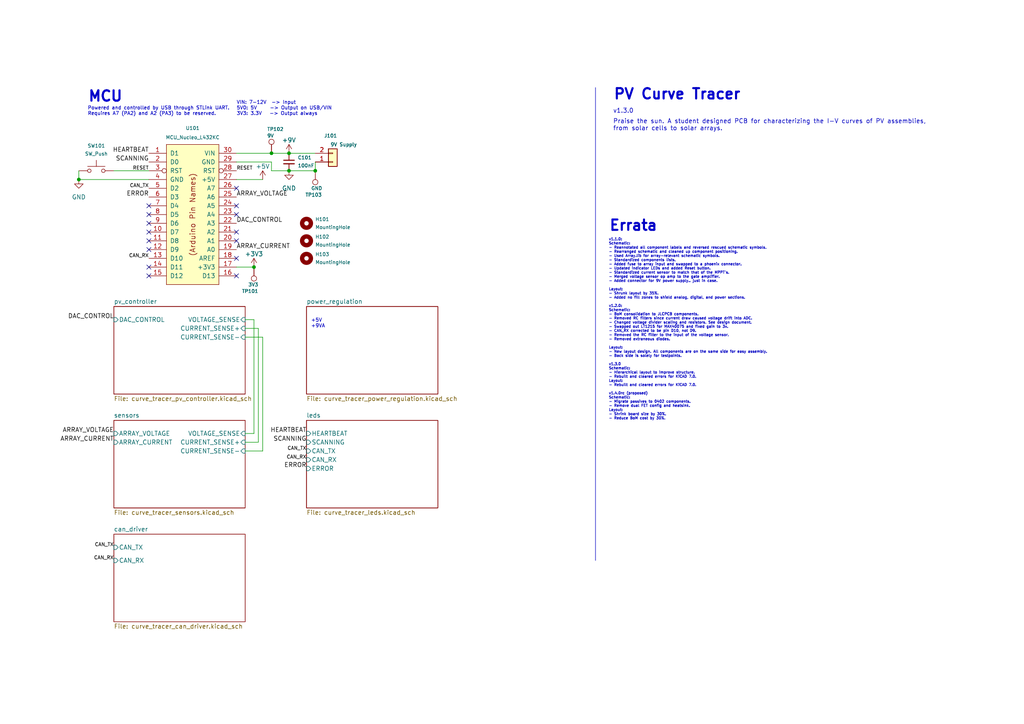
<source format=kicad_sch>
(kicad_sch (version 20230121) (generator eeschema)
  (paper "A4")
  (title_block (title "Curve Tracer") (date "2022-06-05") (rev "1.3.0") (company "Longhorn Racing Solar") (comment 1 "Matthew Yu") (comment 2 "Gary Hallock"))
  (lib_symbols
    (symbol "+3V3_1" (power) (pin_names (offset 0))
      (property "Value" "+3V3_1" (at 0 3.556 0))
      (symbol "+3V3_1_0_1"
        (polyline (pts (xy -0.762 1.27) (xy 0 2.54)))
        (polyline (pts (xy 0 0) (xy 0 2.54)))
        (polyline (pts (xy 0 2.54) (xy 0.762 1.27)))
      )
      (symbol "+3V3_1_1_1"
        (pin power_in line (at 0 0 90) (length 0) hide (name "+3V3") (number "1"))
      )
    )
    (symbol "+5V_1" (power) (pin_names (offset 0))
      (property "Value" "+5V_1" (at 0 3.556 0))
      (symbol "+5V_1_0_1"
        (polyline (pts (xy -0.762 1.27) (xy 0 2.54)))
        (polyline (pts (xy 0 0) (xy 0 2.54)))
        (polyline (pts (xy 0 2.54) (xy 0.762 1.27)))
      )
      (symbol "+5V_1_1_1"
        (pin power_in line (at 0 0 90) (length 0) hide (name "+5V") (number "1"))
      )
    )
    (symbol "+9V_1" (power) (pin_names (offset 0))
      (property "Value" "+9V_1" (at 0 3.556 0))
      (symbol "+9V_1_0_1"
        (polyline (pts (xy -0.762 1.27) (xy 0 2.54)))
        (polyline (pts (xy 0 0) (xy 0 2.54)))
        (polyline (pts (xy 0 2.54) (xy 0.762 1.27)))
      )
      (symbol "+9V_1_1_1"
        (pin power_in line (at 0 0 90) (length 0) hide (name "+9V") (number "1"))
      )
    )
    (symbol "Array:MCU_Nucleo_L432KC" (pin_names (offset 1.016))
      (property "Reference" "U" (at 0 -21.59 0))
      (property "Value" "MCU_Nucleo_L432KC" (at 0 21.59 0))
      (symbol "MCU_Nucleo_L432KC_0_0"
        (rectangle (start -7.62 20.32) (end 7.62 -20.32) (fill (type background)))
      )
      (symbol "MCU_Nucleo_L432KC_0_1"
        (text "(Arduino Pin Names)" (at 0 0 900) (effects (font (size 1.524 1.524))))
      )
      (symbol "MCU_Nucleo_L432KC_0_2"
        (text "(Nucleo Pin Names)" (at 0 0 900) (effects (font (size 1.524 1.524))))
      )
      (symbol "MCU_Nucleo_L432KC_1_1"
        (pin bidirectional line (at -12.7 17.78 0) (length 5.08) (name "D1") (number "1"))
        (pin bidirectional line (at -12.7 -5.08 0) (length 5.08) (name "D7") (number "10"))
        (pin bidirectional line (at -12.7 -7.62 0) (length 5.08) (name "D8") (number "11"))
        (pin bidirectional line (at -12.7 -10.16 0) (length 5.08) (name "D9") (number "12"))
        (pin bidirectional line (at -12.7 -12.7 0) (length 5.08) (name "D10") (number "13"))
        (pin bidirectional line (at -12.7 -15.24 0) (length 5.08) (name "D11") (number "14"))
        (pin bidirectional line (at -12.7 -17.78 0) (length 5.08) (name "D12") (number "15"))
        (pin bidirectional line (at 12.7 -17.78 180) (length 5.08) (name "D13") (number "16"))
        (pin power_out line (at 12.7 -15.24 180) (length 5.08) (name "+3V3") (number "17"))
        (pin input line (at 12.7 -12.7 180) (length 5.08) (name "AREF") (number "18"))
        (pin bidirectional line (at 12.7 -10.16 180) (length 5.08) (name "A0") (number "19"))
        (pin bidirectional line (at -12.7 15.24 0) (length 5.08) (name "D0") (number "2"))
        (pin bidirectional line (at 12.7 -7.62 180) (length 5.08) (name "A1") (number "20"))
        (pin bidirectional line (at 12.7 -5.08 180) (length 5.08) (name "A2") (number "21"))
        (pin bidirectional line (at 12.7 -2.54 180) (length 5.08) (name "A3") (number "22"))
        (pin bidirectional line (at 12.7 0 180) (length 5.08) (name "A4") (number "23"))
        (pin bidirectional line (at 12.7 2.54 180) (length 5.08) (name "A5") (number "24"))
        (pin bidirectional line (at 12.7 5.08 180) (length 5.08) (name "A6") (number "25"))
        (pin bidirectional line (at 12.7 7.62 180) (length 5.08) (name "A7") (number "26"))
        (pin power_out line (at 12.7 10.16 180) (length 5.08) (name "+5V") (number "27"))
        (pin input inverted (at 12.7 12.7 180) (length 5.08) (name "RST") (number "28"))
        (pin power_out line (at 12.7 15.24 180) (length 5.08) (name "GND") (number "29"))
        (pin input inverted (at -12.7 12.7 0) (length 5.08) (name "RST") (number "3"))
        (pin power_out line (at 12.7 17.78 180) (length 5.08) (name "VIN") (number "30"))
        (pin power_in line (at -12.7 10.16 0) (length 5.08) (name "GND") (number "4"))
        (pin bidirectional line (at -12.7 7.62 0) (length 5.08) (name "D2") (number "5"))
        (pin bidirectional line (at -12.7 5.08 0) (length 5.08) (name "D3") (number "6"))
        (pin bidirectional line (at -12.7 2.54 0) (length 5.08) (name "D4") (number "7"))
        (pin bidirectional line (at -12.7 0 0) (length 5.08) (name "D5") (number "8"))
        (pin bidirectional line (at -12.7 -2.54 0) (length 5.08) (name "D6") (number "9"))
      )
      (symbol "MCU_Nucleo_L432KC_1_2"
        (pin bidirectional line (at -12.7 17.78 0) (length 5.08) (name "PA9") (number "1"))
        (pin bidirectional line (at -12.7 -5.08 0) (length 5.08) (name "PC14") (number "10"))
        (pin bidirectional line (at -12.7 -7.62 0) (length 5.08) (name "PC15") (number "11"))
        (pin bidirectional line (at -12.7 -10.16 0) (length 5.08) (name "PA8") (number "12"))
        (pin bidirectional line (at -12.7 -12.7 0) (length 5.08) (name "PA11") (number "13"))
        (pin bidirectional line (at -12.7 -15.24 0) (length 5.08) (name "PB5") (number "14"))
        (pin bidirectional line (at -12.7 -17.78 0) (length 5.08) (name "PB4") (number "15"))
        (pin bidirectional line (at 12.7 -17.78 180) (length 5.08) (name "PB3") (number "16"))
        (pin power_out line (at 12.7 -15.24 180) (length 5.08) (name "+3V3") (number "17"))
        (pin input line (at 12.7 -12.7 180) (length 5.08) (name "AREF") (number "18"))
        (pin bidirectional line (at 12.7 -10.16 180) (length 5.08) (name "PA0") (number "19"))
        (pin bidirectional line (at -12.7 15.24 0) (length 5.08) (name "PA10") (number "2"))
        (pin bidirectional line (at 12.7 -7.62 180) (length 5.08) (name "PA1") (number "20"))
        (pin bidirectional line (at 12.7 -5.08 180) (length 5.08) (name "PA3") (number "21"))
        (pin bidirectional line (at 12.7 -2.54 180) (length 5.08) (name "PA4") (number "22"))
        (pin bidirectional line (at 12.7 0 180) (length 5.08) (name "PA5") (number "23"))
        (pin bidirectional line (at 12.7 2.54 180) (length 5.08) (name "PA6") (number "24"))
        (pin bidirectional line (at 12.7 5.08 180) (length 5.08) (name "PA7") (number "25"))
        (pin bidirectional line (at 12.7 7.62 180) (length 5.08) (name "PA2") (number "26"))
        (pin power_out line (at 12.7 10.16 180) (length 5.08) (name "+5V") (number "27"))
        (pin input inverted (at 12.7 12.7 180) (length 5.08) (name "RST") (number "28"))
        (pin power_in line (at 12.7 15.24 180) (length 5.08) (name "GND") (number "29"))
        (pin input inverted (at -12.7 12.7 0) (length 5.08) (name "RST") (number "3"))
        (pin power_in line (at 12.7 17.78 180) (length 5.08) (name "VIN") (number "30"))
        (pin power_in line (at -12.7 10.16 0) (length 5.08) (name "GND") (number "4"))
        (pin bidirectional line (at -12.7 7.62 0) (length 5.08) (name "PA12") (number "5"))
        (pin bidirectional line (at -12.7 5.08 0) (length 5.08) (name "PB0") (number "6"))
        (pin bidirectional line (at -12.7 2.54 0) (length 5.08) (name "PB7") (number "7"))
        (pin bidirectional line (at -12.7 0 0) (length 5.08) (name "PB6") (number "8"))
        (pin bidirectional line (at -12.7 -2.54 0) (length 5.08) (name "PB1") (number "9"))
      )
    )
    (symbol "Connector:TestPoint" (pin_numbers hide) (pin_names (offset 0.762) hide)
      (property "Reference" "TP" (at 0 6.858 0))
      (property "Value" "TestPoint" (at 0 5.08 0))
      (symbol "TestPoint_0_1"
        (circle (center 0 3.302) (radius 0.762))
      )
      (symbol "TestPoint_1_1"
        (pin passive line (at 0 0 90) (length 2.54) (name "1") (number "1"))
      )
    )
    (symbol "Connector_Generic:Conn_01x02" (pin_names (offset 1.016) hide)
      (property "Reference" "J" (at 0 2.54 0))
      (property "Value" "Conn_01x02" (at 0 -5.08 0))
      (symbol "Conn_01x02_1_1"
        (rectangle (start -1.27 -2.413) (end 0 -2.667) (stroke (width 0.1524)))
        (rectangle (start -1.27 0.127) (end 0 -0.127) (stroke (width 0.1524)))
        (rectangle (start -1.27 1.27) (end 1.27 -3.81) (stroke (width 0.254)) (fill (type background)))
        (pin passive line (at -5.08 0 0) (length 3.81) (name "Pin_1") (number "1"))
        (pin passive line (at -5.08 -2.54 0) (length 3.81) (name "Pin_2") (number "2"))
      )
    )
    (symbol "Device:C_Small" (pin_numbers hide) (pin_names (offset 0.254) hide)
      (property "Reference" "C" (at 0.254 1.778 0))
      (property "Value" "C_Small" (at 0.254 -2.032 0))
      (symbol "C_Small_0_1"
        (polyline (pts (xy -1.524 -0.508) (xy 1.524 -0.508)) (stroke (width 0.3302)))
        (polyline (pts (xy -1.524 0.508) (xy 1.524 0.508)) (stroke (width 0.3048)))
      )
      (symbol "C_Small_1_1"
        (pin passive line (at 0 2.54 270) (length 2.032) (name "~") (number "1"))
        (pin passive line (at 0 -2.54 90) (length 2.032) (name "~") (number "2"))
      )
    )
    (symbol "GND_1" (power) (pin_names (offset 0))
      (property "Value" "GND_1" (at 0 -3.81 0))
      (symbol "GND_1_0_1"
        (polyline (pts (xy 0 0) (xy 0 -1.27) (xy 1.27 -1.27) (xy 0 -2.54) (xy -1.27 -1.27) (xy 0 -1.27)))
      )
      (symbol "GND_1_1_1"
        (pin power_in line (at 0 0 270) (length 0) hide (name "GND") (number "1"))
      )
    )
    (symbol "Mechanical:MountingHole" (pin_names (offset 1.016))
      (property "Reference" "H" (at 0 5.08 0))
      (property "Value" "MountingHole" (at 0 3.175 0))
      (symbol "MountingHole_0_1"
        (circle (center 0 0) (radius 1.27) (stroke (width 1.27)))
      )
    )
    (symbol "Switch:SW_Push" (pin_numbers hide) (pin_names (offset 1.016) hide)
      (property "Reference" "SW" (at 1.27 2.54 0))
      (property "Value" "SW_Push" (at 0 -1.524 0))
      (symbol "SW_Push_0_1"
        (circle (center -2.032 0) (radius 0.508))
        (polyline (pts (xy 0 1.27) (xy 0 3.048)))
        (polyline (pts (xy 2.54 1.27) (xy -2.54 1.27)))
        (circle (center 2.032 0) (radius 0.508))
        (pin passive line (at -5.08 0 0) (length 2.54) (name "1") (number "1"))
        (pin passive line (at 5.08 0 180) (length 2.54) (name "2") (number "2"))
      )
    )
  )
  (junction (at 73.66 77.47))
  (junction (at 83.82 44.45))
  (junction (at 22.86 52.07))
  (junction (at 83.82 49.53))
  (junction (at 78.74 44.45))
  (junction (at 91.44 49.53))
  (no_connect (at 68.58 74.93))
  (no_connect (at 43.18 80.01))
  (no_connect (at 43.18 72.39))
  (no_connect (at 43.18 69.85))
  (no_connect (at 43.18 64.77))
  (no_connect (at 68.58 54.61))
  (no_connect (at 68.58 80.01))
  (no_connect (at 43.18 59.69))
  (no_connect (at 68.58 67.31))
  (no_connect (at 68.58 62.23))
  (no_connect (at 43.18 67.31))
  (no_connect (at 43.18 77.47))
  (no_connect (at 68.58 69.85))
  (no_connect (at 43.18 62.23))
  (no_connect (at 68.58 59.69))
  (wire (pts (xy 71.12 97.79) (xy 76.2 97.79)))
  (wire (pts (xy 71.12 92.71) (xy 73.66 92.71)))
  (wire (pts (xy 71.12 95.25) (xy 74.93 95.25)))
  (wire (pts (xy 83.82 44.45) (xy 91.44 44.45)))
  (wire (pts (xy 73.66 77.47) (xy 68.58 77.47)))
  (polyline (pts (xy 172.72 25.4) (xy 172.72 162.56)))
  (wire (pts (xy 73.66 92.71) (xy 73.66 125.73)))
  (wire (pts (xy 33.02 49.53) (xy 43.18 49.53)))
  (wire (pts (xy 68.58 44.45) (xy 78.74 44.45)))
  (wire (pts (xy 68.58 52.07) (xy 76.2 52.07)))
  (wire (pts (xy 74.93 128.27) (xy 71.12 128.27)))
  (wire (pts (xy 78.74 44.45) (xy 83.82 44.45)))
  (wire (pts (xy 76.2 97.79) (xy 76.2 130.81)))
  (wire (pts (xy 78.74 46.99) (xy 78.74 49.53)))
  (wire (pts (xy 68.58 46.99) (xy 78.74 46.99)))
  (wire (pts (xy 83.82 49.53) (xy 91.44 49.53)))
  (wire (pts (xy 22.86 52.07) (xy 43.18 52.07)))
  (wire (pts (xy 22.86 49.53) (xy 22.86 52.07)))
  (wire (pts (xy 74.93 95.25) (xy 74.93 128.27)))
  (wire (pts (xy 78.74 49.53) (xy 83.82 49.53)))
  (wire (pts (xy 91.44 46.99) (xy 91.44 49.53)))
  (wire (pts (xy 76.2 130.81) (xy 71.12 130.81)))
  (wire (pts (xy 73.66 125.73) (xy 71.12 125.73)))
  (text "Errata\n" (at 176.53 67.31 0) (effects (font (size 3 3) (thickness 0.6) bold) (justify left bottom)))
  (text "Praise the sun. A student designed PCB for characterizing the I-V curves of PV assemblies, \nfrom solar cells to solar arrays." (at 177.8 38.1 0) (effects (font (size 1.27 1.27)) (justify left bottom)))
  (text "PV Curve Tracer" (at 177.8 29.21 0) (effects (font (size 3 3) (thickness 0.6) bold) (justify left bottom)))
  (text "+5V\n+9VA" (at 90.17 95.25 0) (effects (font (size 1.016 1.016)) (justify left bottom)))
  (text "MCU" (at 25.4 29.845 0) (effects (font (size 3 3) (thickness 0.6096) bold) (justify left bottom)))
  (text "Powered and controlled by USB through STLink UART.\nRequires A7 (PA2) and A2 (PA3) to be reserved." (at 25.4 33.655 0) (effects (font (size 1 1)) (justify left bottom)))
  (text "v1.1.0:\nSchematic:\n- Reannotated all component labels and reversed rescued schematic symbols.\n- Rearranged schematic and cleaned up component positioning.\n- Used Array.lib for array-relevant schematic symbols.\n- Standardized components lists.\n- Added fuse to array input and swapped to a phoenix connector.\n- Updated indicator LEDs and added Reset button.\n- Standardized current sensor to match that of the MPPT's.\n- Merged voltage sensor op amp to the gate amplifier.\n- Added connector for 9V power supply.. just in case.\n\nLayout:\n- Shrunk layout by 35%.\n- Added no fill zones to shield analog, digital, and power sections.\n\nv1.2.0:\nSchematic:\n- BoM consolidation to JLCPCB components.\n- Removed RC filters since current draw caused voltage drift into ADC.\n- Changed voltage divider scaling and resistors. See design document.\n- Swapped out LT1215 for MAX40075 and fixed gain to 3x.\n- CAN_RX corrected to be pin D10, not D9.\n- Removed the RC filter to the input of the voltage sensor.\n- Removed extraneous diodes.\n\nLayout:\n- New layout design. All components are on the same side for easy assembly.\n- Back side is solely for testpoints.\n\nv1.3.0\nSchematic:\n- Hierarchical layout to improve structure.\n- Rebuilt and cleared errors for KiCAD 7.0.\nLayout:\n- Rebuilt and cleared errors for KiCAD 7.0.\n\nv1.4.0rc (proposed)\nSchematic:\n- Migrate passives to 0402 components.\n- Remove dual FET config and heatsink.\nLayout:\n- Shrink board size by 30%.\n- Reduce BoM cost by 30%." (at 176.53 121.92 0) (effects (font (size 0.75 0.75)) (justify left bottom)))
  (text "v1.3.0" (at 177.8 33.02 0) (effects (font (size 1.27 1.27)) (justify left bottom)))
  (text "VIN: 7-12V  -> Input\n5V0: 5V     -> Output on USB/VIN\n3V3: 3.3V   -> Output always" (at 68.58 33.655 0) (effects (font (size 1 1)) (justify left bottom)))
  (label "ARRAY_VOLTAGE" (at 68.58 57.15 0))
  (label "HEARTBEAT" (at 43.18 44.45 180))
  (label "SCANNING" (at 43.18 46.99 180))
  (label "CAN_TX" (at 43.18 54.61 180) (effects (font (size 1 1))))
  (label "RESET" (at 68.58 49.53 0) (effects (font (size 1 1))))
  (label "DAC_CONTROL" (at 33.02 92.71 180))
  (label "DAC_CONTROL" (at 68.58 64.77 0))
  (label "RESET" (at 43.18 49.53 180) (effects (font (size 1 1))))
  (label "ARRAY_CURRENT" (at 68.58 72.39 0))
  (label "CAN_RX" (at 33.02 162.56 180) (effects (font (size 1 1))))
  (label "ARRAY_VOLTAGE" (at 33.02 125.73 180))
  (label "CAN_RX" (at 43.18 74.93 180) (effects (font (size 1 1))))
  (label "SCANNING" (at 88.9 128.27 180))
  (label "ERROR" (at 88.9 135.89 180))
  (label "ERROR" (at 43.18 57.15 180))
  (label "HEARTBEAT" (at 88.9 125.73 180))
  (label "CAN_RX" (at 88.9 133.35 180) (effects (font (size 1 1))))
  (label "ARRAY_CURRENT" (at 33.02 128.27 180))
  (label "CAN_TX" (at 33.02 158.75 180) (effects (font (size 1 1))))
  (label "CAN_TX" (at 88.9 130.81 180) (effects (font (size 1 1))))
  (symbol (lib_id "Mechanical:MountingHole") (at 88.9 64.77 0) (unit 1)
    (property "Reference" "H101" (at 91.44 63.6016 0) (effects (font (size 1 1)) (justify left)))
    (property "Value" "MountingHole" (at 91.44 65.913 0) (effects (font (size 1 1)) (justify left)))
    (property "Footprint" "MountingHole:MountingHole_2.2mm_M2" (effects hide))
  )
  (symbol (lib_id "Mechanical:MountingHole") (at 88.9 69.85 0) (unit 1)
    (property "Reference" "H102" (at 91.44 68.6816 0) (effects (font (size 1 1)) (justify left)))
    (property "Value" "MountingHole" (at 91.44 70.993 0) (effects (font (size 1 1)) (justify left)))
    (property "Footprint" "MountingHole:MountingHole_2.2mm_M2" (effects hide))
  )
  (symbol (lib_id "Array:MCU_Nucleo_L432KC") (at 55.88 62.23 0) (unit 1)
    (property "Reference" "U101" (at 55.88 37.1602 0) (effects (font (size 1 1))))
    (property "Value" "MCU_Nucleo_L432KC" (at 55.88 39.8526 0) (effects (font (size 1 1))))
    (property "Footprint" "Footprints:MODULE_NUCLEO-L432KC" (effects hide))
    (property "Datasheet" "https://www.mouser.com/datasheet/2/389/nucleo-f031k6-1484037.pdf" (effects hide))
    (property "Distributor" "Mouser" (effects hide))
    (property "Manufacturer" "STMicroelectronics" (effects hide))
    (property "Cost" "10.99" (effects hide))
    (property "P/N" "NUCLEO-L432KC" (effects hide))
  )
  (symbol (lib_id "Device:C_Small") (at 83.82 46.99 0) (unit 1)
    (property "Reference" "C101" (at 86.36 45.72 0) (effects (font (size 1 1)) (justify left)))
    (property "Value" "100nF" (at 86.36 48.0314 0) (effects (font (size 1 1)) (justify left)))
    (property "Footprint" "Capacitor_SMD:C_0805_2012Metric" (effects hide))
    (property "Datasheet" "https://datasheet.lcsc.com/lcsc/1810191216_Samsung-Electro-Mechanics-CL21B104KCFNNNE_C28233.pdf" (effects hide))
    (property "Distributor" "JLCPCB" (effects hide))
    (property "Manufacturer" "Samsung Electro-Mechanics" (effects hide))
    (property "Cost" "0.0078" (effects hide))
    (property "LCSC Part #" "C28233" (effects hide))
    (property "P/N" "CL21B104KCFNNNE" (effects hide))
  )
  (symbol (lib_id "Switch:SW_Push") (at 27.94 49.53 0) (unit 1)
    (property "Reference" "SW101" (at 27.94 42.291 0) (effects (font (size 1 1))))
    (property "Value" "SW_Push" (at 27.94 44.6024 0) (effects (font (size 1 1))))
    (property "Footprint" "Button_Switch_THT:SW_PUSH_6mm" (effects hide))
    (property "Datasheet" "https://www.mouser.com/datasheet/2/670/ts02-2586188.pdf" (effects hide))
    (property "Distributor" "Mouser" (effects hide))
    (property "Manufacturer" "CUI Devices" (effects hide))
    (property "Cost" "0.10" (effects hide))
    (property "P/N" "TS02-66-50-BK-260-SCR-D" (effects hide))
  )
  (symbol (lib_id "Connector_Generic:Conn_01x02") (at 96.52 46.99 0) (mirror x) (unit 1)
    (property "Reference" "J101" (at 95.885 39.37 0) (effects (font (size 1 1))))
    (property "Value" "9V Supply" (at 99.695 41.91 0) (effects (font (size 1 1))))
    (property "Footprint" "Connector_Molex:Molex_Micro-Fit_3.0_43650-0215_1x02_P3.00mm_Vertical" (effects hide))
    (property "Datasheet" "https://www.mouser.com/datasheet/2/276/0436500215_PCB_HEADERS-148687.pdf" (effects hide))
    (property "Distributor" "Mouser" (effects hide))
    (property "Manufacturer" "Molex" (effects hide))
    (property "Cost" "0.97" (effects hide))
    (property "P/N" "43650-0215" (effects hide))
  )
  (symbol (lib_id "Connector:TestPoint") (at 91.44 49.53 180) (unit 1)
    (property "Reference" "TP103" (at 93.345 56.515 0) (effects (font (size 1 1)) (justify left)))
    (property "Value" "GND" (at 93.472 54.61 0) (effects (font (size 1 1)) (justify left)))
    (property "Footprint" "TestPoint:TestPoint_Pad_1.0x1.0mm" (effects hide))
  )
  (symbol (lib_name "GND_1") (lib_id "power:GND") (at 83.82 49.53 0) (unit 1)
    (property "Reference" "#PWR0101" (effects hide))
    (property "Value" "GND" (at 83.82 54.61 0))
  )
  (symbol (lib_id "Mechanical:MountingHole") (at 88.9 74.93 0) (unit 1)
    (property "Reference" "H103" (at 91.44 73.7616 0) (effects (font (size 1 1)) (justify left)))
    (property "Value" "MountingHole" (at 91.44 76.073 0) (effects (font (size 1 1)) (justify left)))
    (property "Footprint" "MountingHole:MountingHole_2.2mm_M2" (effects hide))
  )
  (symbol (lib_id "Connector:TestPoint") (at 73.66 77.47 180) (unit 1)
    (property "Reference" "TP101" (at 74.93 84.455 0) (effects (font (size 1 1)) (justify left)))
    (property "Value" "3V3" (at 74.93 82.55 0) (effects (font (size 1 1)) (justify left)))
    (property "Footprint" "TestPoint:TestPoint_Pad_1.0x1.0mm" (effects hide))
  )
  (symbol (lib_name "+9V_1") (lib_id "power:+9V") (at 83.82 44.45 0) (unit 1)
    (property "Reference" "#PWR0107" (effects hide))
    (property "Value" "+9V" (at 83.82 40.64 0))
  )
  (symbol (lib_name "GND_1") (lib_id "power:GND") (at 22.86 52.07 0) (unit 1)
    (property "Reference" "#PWR0106" (effects hide))
    (property "Value" "GND" (at 22.86 57.15 0))
  )
  (symbol (lib_name "+5V_1") (lib_id "power:+5V") (at 76.2 52.07 0) (unit 1)
    (property "Reference" "#PWR0102" (effects hide))
    (property "Value" "+5V" (at 76.2 48.26 0))
  )
  (symbol (lib_id "Connector:TestPoint") (at 78.74 44.45 0) (unit 1)
    (property "Reference" "TP102" (at 77.47 37.465 0) (effects (font (size 1 1)) (justify left)))
    (property "Value" "9V" (at 77.47 39.37 0) (effects (font (size 1 1)) (justify left)))
    (property "Footprint" "TestPoint:TestPoint_Pad_1.0x1.0mm" (effects hide))
  )
  (symbol (lib_name "+3V3_1") (lib_id "power:+3V3") (at 73.66 77.47 0) (unit 1)
    (property "Reference" "#PWR0105" (effects hide))
    (property "Value" "+3V3" (at 73.66 73.66 0))
  )
  (sheet (at 88.9 121.92) (size 38.1 25.4) (stroke (width 0.1524))
    (property "Sheetname" "leds" (at 88.9 121.2084 0) (effects (justify left bottom)))
    (property "Sheetfile" "curve_tracer_leds.kicad_sch" (at 88.9 147.9046 0) (effects (justify left top)))
    (pin "CAN_RX" input (at 88.9 133.35 180))
    (pin "ERROR" input (at 88.9 135.89 180))
    (pin "CAN_TX" input (at 88.9 130.81 180))
    (pin "SCANNING" input (at 88.9 128.27 180))
    (pin "HEARTBEAT" input (at 88.9 125.73 180))
  )
  (sheet (at 33.02 88.9) (size 38.1 25.4) (stroke (width 0.1524))
    (property "Sheetname" "pv_controller" (at 33.02 88.1884 0) (effects (justify left bottom)))
    (property "Sheetfile" "curve_tracer_pv_controller.kicad_sch" (at 33.02 114.8846 0) (effects (justify left top)))
    (pin "VOLTAGE_SENSE" input (at 71.12 92.71 0))
    (pin "DAC_CONTROL" input (at 33.02 92.71 180))
    (pin "CURRENT_SENSE-" input (at 71.12 97.79 0))
    (pin "CURRENT_SENSE+" input (at 71.12 95.25 0))
  )
  (sheet (at 88.9 88.9) (size 38.1 25.4) (stroke (width 0.1524))
    (property "Sheetname" "power_regulation" (at 88.9 88.1884 0) (effects (justify left bottom)))
    (property "Sheetfile" "curve_tracer_power_regulation.kicad_sch" (at 88.9 114.8846 0) (effects (justify left top)))
  )
  (sheet (at 33.02 121.92) (size 38.1 25.4) (stroke (width 0.1524))
    (property "Sheetname" "sensors" (at 33.02 121.2084 0) (effects (justify left bottom)))
    (property "Sheetfile" "curve_tracer_sensors.kicad_sch" (at 33.02 147.9046 0) (effects (justify left top)))
    (pin "ARRAY_VOLTAGE" input (at 33.02 125.73 180))
    (pin "VOLTAGE_SENSE" input (at 71.12 125.73 0))
    (pin "CURRENT_SENSE-" input (at 71.12 130.81 0))
    (pin "CURRENT_SENSE+" input (at 71.12 128.27 0))
    (pin "ARRAY_CURRENT" input (at 33.02 128.27 180))
  )
  (sheet (at 33.02 154.94) (size 38.1 25.4) (stroke (width 0.1524))
    (property "Sheetname" "can_driver" (at 33.02 154.2284 0) (effects (justify left bottom)))
    (property "Sheetfile" "curve_tracer_can_driver.kicad_sch" (at 33.02 180.9246 0) (effects (justify left top)))
    (pin "CAN_TX" input (at 33.02 158.75 180))
    (pin "CAN_RX" input (at 33.02 162.56 180))
  )
)
</source>
